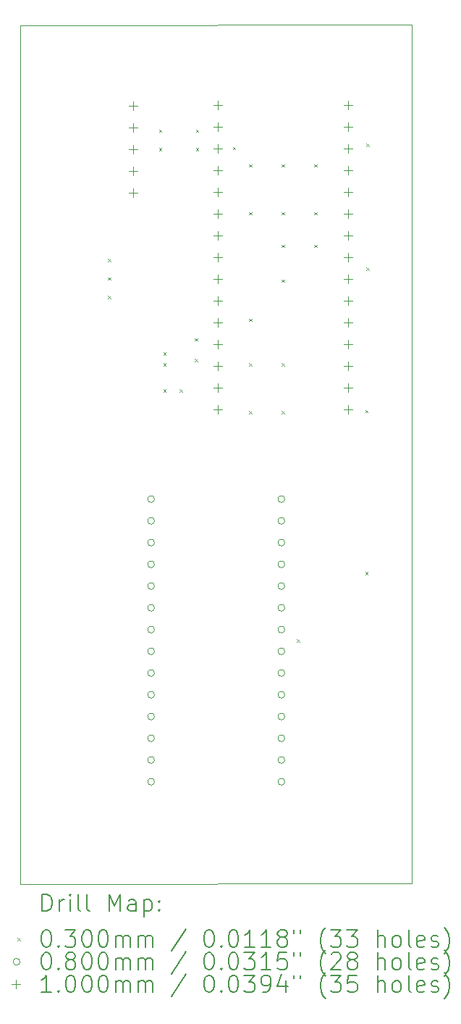
<source format=gbr>
%TF.GenerationSoftware,KiCad,Pcbnew,7.0.11+dfsg-1build4*%
%TF.CreationDate,2024-05-16T00:50:15+10:00*%
%TF.ProjectId,NoBootLoadFlasher,4e6f426f-6f74-44c6-9f61-64466c617368,rev?*%
%TF.SameCoordinates,Original*%
%TF.FileFunction,Drillmap*%
%TF.FilePolarity,Positive*%
%FSLAX45Y45*%
G04 Gerber Fmt 4.5, Leading zero omitted, Abs format (unit mm)*
G04 Created by KiCad (PCBNEW 7.0.11+dfsg-1build4) date 2024-05-16 00:50:15*
%MOMM*%
%LPD*%
G01*
G04 APERTURE LIST*
%ADD10C,0.050000*%
%ADD11C,0.200000*%
%ADD12C,0.100000*%
G04 APERTURE END LIST*
D10*
X6832600Y-17233900D02*
X11417300Y-17221200D01*
X6832600Y-7200900D02*
X11417300Y-7188200D01*
X6832600Y-7200900D02*
X6832600Y-17233900D01*
X11417300Y-7188200D02*
X11417300Y-17221200D01*
D11*
D12*
X7859000Y-9929100D02*
X7889000Y-9959100D01*
X7889000Y-9929100D02*
X7859000Y-9959100D01*
X7859000Y-10145000D02*
X7889000Y-10175000D01*
X7889000Y-10145000D02*
X7859000Y-10175000D01*
X7859000Y-10360900D02*
X7889000Y-10390900D01*
X7889000Y-10360900D02*
X7859000Y-10390900D01*
X8455900Y-8417800D02*
X8485900Y-8447800D01*
X8485900Y-8417800D02*
X8455900Y-8447800D01*
X8455900Y-8633700D02*
X8485900Y-8663700D01*
X8485900Y-8633700D02*
X8455900Y-8663700D01*
X8506700Y-11021300D02*
X8536700Y-11051300D01*
X8536700Y-11021300D02*
X8506700Y-11051300D01*
X8506700Y-11148300D02*
X8536700Y-11178300D01*
X8536700Y-11148300D02*
X8506700Y-11178300D01*
X8506700Y-11453100D02*
X8536700Y-11483100D01*
X8536700Y-11453100D02*
X8506700Y-11483100D01*
X8697200Y-11453100D02*
X8727200Y-11483100D01*
X8727200Y-11453100D02*
X8697200Y-11483100D01*
X8875000Y-10856200D02*
X8905000Y-10886200D01*
X8905000Y-10856200D02*
X8875000Y-10886200D01*
X8875000Y-11097500D02*
X8905000Y-11127500D01*
X8905000Y-11097500D02*
X8875000Y-11127500D01*
X8887700Y-8417800D02*
X8917700Y-8447800D01*
X8917700Y-8417800D02*
X8887700Y-8447800D01*
X8887700Y-8633700D02*
X8917700Y-8663700D01*
X8917700Y-8633700D02*
X8887700Y-8663700D01*
X9319500Y-8621000D02*
X9349500Y-8651000D01*
X9349500Y-8621000D02*
X9319500Y-8651000D01*
X9510000Y-8824200D02*
X9540000Y-8854200D01*
X9540000Y-8824200D02*
X9510000Y-8854200D01*
X9510000Y-9383000D02*
X9540000Y-9413000D01*
X9540000Y-9383000D02*
X9510000Y-9413000D01*
X9510000Y-10627600D02*
X9540000Y-10657600D01*
X9540000Y-10627600D02*
X9510000Y-10657600D01*
X9510000Y-11148300D02*
X9540000Y-11178300D01*
X9540000Y-11148300D02*
X9510000Y-11178300D01*
X9510000Y-11707100D02*
X9540000Y-11737100D01*
X9540000Y-11707100D02*
X9510000Y-11737100D01*
X9891000Y-8824200D02*
X9921000Y-8854200D01*
X9921000Y-8824200D02*
X9891000Y-8854200D01*
X9891000Y-9383000D02*
X9921000Y-9413000D01*
X9921000Y-9383000D02*
X9891000Y-9413000D01*
X9891000Y-10170400D02*
X9921000Y-10200400D01*
X9921000Y-10170400D02*
X9891000Y-10200400D01*
X9891000Y-11148300D02*
X9921000Y-11178300D01*
X9921000Y-11148300D02*
X9891000Y-11178300D01*
X9891000Y-11707100D02*
X9921000Y-11737100D01*
X9921000Y-11707100D02*
X9891000Y-11737100D01*
X9892000Y-9764000D02*
X9922000Y-9794000D01*
X9922000Y-9764000D02*
X9892000Y-9794000D01*
X10068800Y-14374100D02*
X10098800Y-14404100D01*
X10098800Y-14374100D02*
X10068800Y-14404100D01*
X10272000Y-8824200D02*
X10302000Y-8854200D01*
X10302000Y-8824200D02*
X10272000Y-8854200D01*
X10272000Y-9383000D02*
X10302000Y-9413000D01*
X10302000Y-9383000D02*
X10272000Y-9413000D01*
X10272000Y-9764000D02*
X10302000Y-9794000D01*
X10302000Y-9764000D02*
X10272000Y-9794000D01*
X10868900Y-11694400D02*
X10898900Y-11724400D01*
X10898900Y-11694400D02*
X10868900Y-11724400D01*
X10868900Y-13586700D02*
X10898900Y-13616700D01*
X10898900Y-13586700D02*
X10868900Y-13616700D01*
X10881600Y-8582900D02*
X10911600Y-8612900D01*
X10911600Y-8582900D02*
X10881600Y-8612900D01*
X10881600Y-10030700D02*
X10911600Y-10060700D01*
X10911600Y-10030700D02*
X10881600Y-10060700D01*
X8403920Y-12734180D02*
G75*
G03*
X8323920Y-12734180I-40000J0D01*
G01*
X8323920Y-12734180D02*
G75*
G03*
X8403920Y-12734180I40000J0D01*
G01*
X8403920Y-12988180D02*
G75*
G03*
X8323920Y-12988180I-40000J0D01*
G01*
X8323920Y-12988180D02*
G75*
G03*
X8403920Y-12988180I40000J0D01*
G01*
X8403920Y-13242180D02*
G75*
G03*
X8323920Y-13242180I-40000J0D01*
G01*
X8323920Y-13242180D02*
G75*
G03*
X8403920Y-13242180I40000J0D01*
G01*
X8403920Y-13496180D02*
G75*
G03*
X8323920Y-13496180I-40000J0D01*
G01*
X8323920Y-13496180D02*
G75*
G03*
X8403920Y-13496180I40000J0D01*
G01*
X8403920Y-13750180D02*
G75*
G03*
X8323920Y-13750180I-40000J0D01*
G01*
X8323920Y-13750180D02*
G75*
G03*
X8403920Y-13750180I40000J0D01*
G01*
X8403920Y-14004180D02*
G75*
G03*
X8323920Y-14004180I-40000J0D01*
G01*
X8323920Y-14004180D02*
G75*
G03*
X8403920Y-14004180I40000J0D01*
G01*
X8403920Y-14258180D02*
G75*
G03*
X8323920Y-14258180I-40000J0D01*
G01*
X8323920Y-14258180D02*
G75*
G03*
X8403920Y-14258180I40000J0D01*
G01*
X8403920Y-14512180D02*
G75*
G03*
X8323920Y-14512180I-40000J0D01*
G01*
X8323920Y-14512180D02*
G75*
G03*
X8403920Y-14512180I40000J0D01*
G01*
X8403920Y-14766180D02*
G75*
G03*
X8323920Y-14766180I-40000J0D01*
G01*
X8323920Y-14766180D02*
G75*
G03*
X8403920Y-14766180I40000J0D01*
G01*
X8403920Y-15020180D02*
G75*
G03*
X8323920Y-15020180I-40000J0D01*
G01*
X8323920Y-15020180D02*
G75*
G03*
X8403920Y-15020180I40000J0D01*
G01*
X8403920Y-15274180D02*
G75*
G03*
X8323920Y-15274180I-40000J0D01*
G01*
X8323920Y-15274180D02*
G75*
G03*
X8403920Y-15274180I40000J0D01*
G01*
X8403920Y-15528180D02*
G75*
G03*
X8323920Y-15528180I-40000J0D01*
G01*
X8323920Y-15528180D02*
G75*
G03*
X8403920Y-15528180I40000J0D01*
G01*
X8403920Y-15782180D02*
G75*
G03*
X8323920Y-15782180I-40000J0D01*
G01*
X8323920Y-15782180D02*
G75*
G03*
X8403920Y-15782180I40000J0D01*
G01*
X8403920Y-16036180D02*
G75*
G03*
X8323920Y-16036180I-40000J0D01*
G01*
X8323920Y-16036180D02*
G75*
G03*
X8403920Y-16036180I40000J0D01*
G01*
X9927920Y-12734180D02*
G75*
G03*
X9847920Y-12734180I-40000J0D01*
G01*
X9847920Y-12734180D02*
G75*
G03*
X9927920Y-12734180I40000J0D01*
G01*
X9927920Y-12988180D02*
G75*
G03*
X9847920Y-12988180I-40000J0D01*
G01*
X9847920Y-12988180D02*
G75*
G03*
X9927920Y-12988180I40000J0D01*
G01*
X9927920Y-13242180D02*
G75*
G03*
X9847920Y-13242180I-40000J0D01*
G01*
X9847920Y-13242180D02*
G75*
G03*
X9927920Y-13242180I40000J0D01*
G01*
X9927920Y-13496180D02*
G75*
G03*
X9847920Y-13496180I-40000J0D01*
G01*
X9847920Y-13496180D02*
G75*
G03*
X9927920Y-13496180I40000J0D01*
G01*
X9927920Y-13750180D02*
G75*
G03*
X9847920Y-13750180I-40000J0D01*
G01*
X9847920Y-13750180D02*
G75*
G03*
X9927920Y-13750180I40000J0D01*
G01*
X9927920Y-14004180D02*
G75*
G03*
X9847920Y-14004180I-40000J0D01*
G01*
X9847920Y-14004180D02*
G75*
G03*
X9927920Y-14004180I40000J0D01*
G01*
X9927920Y-14258180D02*
G75*
G03*
X9847920Y-14258180I-40000J0D01*
G01*
X9847920Y-14258180D02*
G75*
G03*
X9927920Y-14258180I40000J0D01*
G01*
X9927920Y-14512180D02*
G75*
G03*
X9847920Y-14512180I-40000J0D01*
G01*
X9847920Y-14512180D02*
G75*
G03*
X9927920Y-14512180I40000J0D01*
G01*
X9927920Y-14766180D02*
G75*
G03*
X9847920Y-14766180I-40000J0D01*
G01*
X9847920Y-14766180D02*
G75*
G03*
X9927920Y-14766180I40000J0D01*
G01*
X9927920Y-15020180D02*
G75*
G03*
X9847920Y-15020180I-40000J0D01*
G01*
X9847920Y-15020180D02*
G75*
G03*
X9927920Y-15020180I40000J0D01*
G01*
X9927920Y-15274180D02*
G75*
G03*
X9847920Y-15274180I-40000J0D01*
G01*
X9847920Y-15274180D02*
G75*
G03*
X9927920Y-15274180I40000J0D01*
G01*
X9927920Y-15528180D02*
G75*
G03*
X9847920Y-15528180I-40000J0D01*
G01*
X9847920Y-15528180D02*
G75*
G03*
X9927920Y-15528180I40000J0D01*
G01*
X9927920Y-15782180D02*
G75*
G03*
X9847920Y-15782180I-40000J0D01*
G01*
X9847920Y-15782180D02*
G75*
G03*
X9927920Y-15782180I40000J0D01*
G01*
X9927920Y-16036180D02*
G75*
G03*
X9847920Y-16036180I-40000J0D01*
G01*
X9847920Y-16036180D02*
G75*
G03*
X9927920Y-16036180I40000J0D01*
G01*
X8153400Y-8090700D02*
X8153400Y-8190700D01*
X8103400Y-8140700D02*
X8203400Y-8140700D01*
X8153400Y-8344700D02*
X8153400Y-8444700D01*
X8103400Y-8394700D02*
X8203400Y-8394700D01*
X8153400Y-8598700D02*
X8153400Y-8698700D01*
X8103400Y-8648700D02*
X8203400Y-8648700D01*
X8153400Y-8852700D02*
X8153400Y-8952700D01*
X8103400Y-8902700D02*
X8203400Y-8902700D01*
X8153400Y-9106700D02*
X8153400Y-9206700D01*
X8103400Y-9156700D02*
X8203400Y-9156700D01*
X9144000Y-8078000D02*
X9144000Y-8178000D01*
X9094000Y-8128000D02*
X9194000Y-8128000D01*
X9144000Y-8332000D02*
X9144000Y-8432000D01*
X9094000Y-8382000D02*
X9194000Y-8382000D01*
X9144000Y-8586000D02*
X9144000Y-8686000D01*
X9094000Y-8636000D02*
X9194000Y-8636000D01*
X9144000Y-8840000D02*
X9144000Y-8940000D01*
X9094000Y-8890000D02*
X9194000Y-8890000D01*
X9144000Y-9094000D02*
X9144000Y-9194000D01*
X9094000Y-9144000D02*
X9194000Y-9144000D01*
X9144000Y-9348000D02*
X9144000Y-9448000D01*
X9094000Y-9398000D02*
X9194000Y-9398000D01*
X9144000Y-9602000D02*
X9144000Y-9702000D01*
X9094000Y-9652000D02*
X9194000Y-9652000D01*
X9144000Y-9856000D02*
X9144000Y-9956000D01*
X9094000Y-9906000D02*
X9194000Y-9906000D01*
X9144000Y-10110000D02*
X9144000Y-10210000D01*
X9094000Y-10160000D02*
X9194000Y-10160000D01*
X9144000Y-10364000D02*
X9144000Y-10464000D01*
X9094000Y-10414000D02*
X9194000Y-10414000D01*
X9144000Y-10618000D02*
X9144000Y-10718000D01*
X9094000Y-10668000D02*
X9194000Y-10668000D01*
X9144000Y-10872000D02*
X9144000Y-10972000D01*
X9094000Y-10922000D02*
X9194000Y-10922000D01*
X9144000Y-11126000D02*
X9144000Y-11226000D01*
X9094000Y-11176000D02*
X9194000Y-11176000D01*
X9144000Y-11380000D02*
X9144000Y-11480000D01*
X9094000Y-11430000D02*
X9194000Y-11430000D01*
X9144000Y-11634000D02*
X9144000Y-11734000D01*
X9094000Y-11684000D02*
X9194000Y-11684000D01*
X10668000Y-8078000D02*
X10668000Y-8178000D01*
X10618000Y-8128000D02*
X10718000Y-8128000D01*
X10668000Y-8332000D02*
X10668000Y-8432000D01*
X10618000Y-8382000D02*
X10718000Y-8382000D01*
X10668000Y-8586000D02*
X10668000Y-8686000D01*
X10618000Y-8636000D02*
X10718000Y-8636000D01*
X10668000Y-8840000D02*
X10668000Y-8940000D01*
X10618000Y-8890000D02*
X10718000Y-8890000D01*
X10668000Y-9094000D02*
X10668000Y-9194000D01*
X10618000Y-9144000D02*
X10718000Y-9144000D01*
X10668000Y-9348000D02*
X10668000Y-9448000D01*
X10618000Y-9398000D02*
X10718000Y-9398000D01*
X10668000Y-9602000D02*
X10668000Y-9702000D01*
X10618000Y-9652000D02*
X10718000Y-9652000D01*
X10668000Y-9856000D02*
X10668000Y-9956000D01*
X10618000Y-9906000D02*
X10718000Y-9906000D01*
X10668000Y-10110000D02*
X10668000Y-10210000D01*
X10618000Y-10160000D02*
X10718000Y-10160000D01*
X10668000Y-10364000D02*
X10668000Y-10464000D01*
X10618000Y-10414000D02*
X10718000Y-10414000D01*
X10668000Y-10618000D02*
X10668000Y-10718000D01*
X10618000Y-10668000D02*
X10718000Y-10668000D01*
X10668000Y-10872000D02*
X10668000Y-10972000D01*
X10618000Y-10922000D02*
X10718000Y-10922000D01*
X10668000Y-11126000D02*
X10668000Y-11226000D01*
X10618000Y-11176000D02*
X10718000Y-11176000D01*
X10668000Y-11380000D02*
X10668000Y-11480000D01*
X10618000Y-11430000D02*
X10718000Y-11430000D01*
X10668000Y-11634000D02*
X10668000Y-11734000D01*
X10618000Y-11684000D02*
X10718000Y-11684000D01*
D11*
X7090877Y-17547884D02*
X7090877Y-17347884D01*
X7090877Y-17347884D02*
X7138496Y-17347884D01*
X7138496Y-17347884D02*
X7167067Y-17357408D01*
X7167067Y-17357408D02*
X7186115Y-17376455D01*
X7186115Y-17376455D02*
X7195639Y-17395503D01*
X7195639Y-17395503D02*
X7205162Y-17433598D01*
X7205162Y-17433598D02*
X7205162Y-17462170D01*
X7205162Y-17462170D02*
X7195639Y-17500265D01*
X7195639Y-17500265D02*
X7186115Y-17519312D01*
X7186115Y-17519312D02*
X7167067Y-17538360D01*
X7167067Y-17538360D02*
X7138496Y-17547884D01*
X7138496Y-17547884D02*
X7090877Y-17547884D01*
X7290877Y-17547884D02*
X7290877Y-17414550D01*
X7290877Y-17452646D02*
X7300401Y-17433598D01*
X7300401Y-17433598D02*
X7309924Y-17424074D01*
X7309924Y-17424074D02*
X7328972Y-17414550D01*
X7328972Y-17414550D02*
X7348020Y-17414550D01*
X7414686Y-17547884D02*
X7414686Y-17414550D01*
X7414686Y-17347884D02*
X7405162Y-17357408D01*
X7405162Y-17357408D02*
X7414686Y-17366931D01*
X7414686Y-17366931D02*
X7424210Y-17357408D01*
X7424210Y-17357408D02*
X7414686Y-17347884D01*
X7414686Y-17347884D02*
X7414686Y-17366931D01*
X7538496Y-17547884D02*
X7519448Y-17538360D01*
X7519448Y-17538360D02*
X7509924Y-17519312D01*
X7509924Y-17519312D02*
X7509924Y-17347884D01*
X7643258Y-17547884D02*
X7624210Y-17538360D01*
X7624210Y-17538360D02*
X7614686Y-17519312D01*
X7614686Y-17519312D02*
X7614686Y-17347884D01*
X7871829Y-17547884D02*
X7871829Y-17347884D01*
X7871829Y-17347884D02*
X7938496Y-17490741D01*
X7938496Y-17490741D02*
X8005162Y-17347884D01*
X8005162Y-17347884D02*
X8005162Y-17547884D01*
X8186115Y-17547884D02*
X8186115Y-17443122D01*
X8186115Y-17443122D02*
X8176591Y-17424074D01*
X8176591Y-17424074D02*
X8157543Y-17414550D01*
X8157543Y-17414550D02*
X8119448Y-17414550D01*
X8119448Y-17414550D02*
X8100401Y-17424074D01*
X8186115Y-17538360D02*
X8167067Y-17547884D01*
X8167067Y-17547884D02*
X8119448Y-17547884D01*
X8119448Y-17547884D02*
X8100401Y-17538360D01*
X8100401Y-17538360D02*
X8090877Y-17519312D01*
X8090877Y-17519312D02*
X8090877Y-17500265D01*
X8090877Y-17500265D02*
X8100401Y-17481217D01*
X8100401Y-17481217D02*
X8119448Y-17471693D01*
X8119448Y-17471693D02*
X8167067Y-17471693D01*
X8167067Y-17471693D02*
X8186115Y-17462170D01*
X8281353Y-17414550D02*
X8281353Y-17614550D01*
X8281353Y-17424074D02*
X8300401Y-17414550D01*
X8300401Y-17414550D02*
X8338496Y-17414550D01*
X8338496Y-17414550D02*
X8357543Y-17424074D01*
X8357543Y-17424074D02*
X8367067Y-17433598D01*
X8367067Y-17433598D02*
X8376591Y-17452646D01*
X8376591Y-17452646D02*
X8376591Y-17509789D01*
X8376591Y-17509789D02*
X8367067Y-17528836D01*
X8367067Y-17528836D02*
X8357543Y-17538360D01*
X8357543Y-17538360D02*
X8338496Y-17547884D01*
X8338496Y-17547884D02*
X8300401Y-17547884D01*
X8300401Y-17547884D02*
X8281353Y-17538360D01*
X8462305Y-17528836D02*
X8471829Y-17538360D01*
X8471829Y-17538360D02*
X8462305Y-17547884D01*
X8462305Y-17547884D02*
X8452782Y-17538360D01*
X8452782Y-17538360D02*
X8462305Y-17528836D01*
X8462305Y-17528836D02*
X8462305Y-17547884D01*
X8462305Y-17424074D02*
X8471829Y-17433598D01*
X8471829Y-17433598D02*
X8462305Y-17443122D01*
X8462305Y-17443122D02*
X8452782Y-17433598D01*
X8452782Y-17433598D02*
X8462305Y-17424074D01*
X8462305Y-17424074D02*
X8462305Y-17443122D01*
D12*
X6800100Y-17861400D02*
X6830100Y-17891400D01*
X6830100Y-17861400D02*
X6800100Y-17891400D01*
D11*
X7128972Y-17767884D02*
X7148020Y-17767884D01*
X7148020Y-17767884D02*
X7167067Y-17777408D01*
X7167067Y-17777408D02*
X7176591Y-17786931D01*
X7176591Y-17786931D02*
X7186115Y-17805979D01*
X7186115Y-17805979D02*
X7195639Y-17844074D01*
X7195639Y-17844074D02*
X7195639Y-17891693D01*
X7195639Y-17891693D02*
X7186115Y-17929789D01*
X7186115Y-17929789D02*
X7176591Y-17948836D01*
X7176591Y-17948836D02*
X7167067Y-17958360D01*
X7167067Y-17958360D02*
X7148020Y-17967884D01*
X7148020Y-17967884D02*
X7128972Y-17967884D01*
X7128972Y-17967884D02*
X7109924Y-17958360D01*
X7109924Y-17958360D02*
X7100401Y-17948836D01*
X7100401Y-17948836D02*
X7090877Y-17929789D01*
X7090877Y-17929789D02*
X7081353Y-17891693D01*
X7081353Y-17891693D02*
X7081353Y-17844074D01*
X7081353Y-17844074D02*
X7090877Y-17805979D01*
X7090877Y-17805979D02*
X7100401Y-17786931D01*
X7100401Y-17786931D02*
X7109924Y-17777408D01*
X7109924Y-17777408D02*
X7128972Y-17767884D01*
X7281353Y-17948836D02*
X7290877Y-17958360D01*
X7290877Y-17958360D02*
X7281353Y-17967884D01*
X7281353Y-17967884D02*
X7271829Y-17958360D01*
X7271829Y-17958360D02*
X7281353Y-17948836D01*
X7281353Y-17948836D02*
X7281353Y-17967884D01*
X7357543Y-17767884D02*
X7481353Y-17767884D01*
X7481353Y-17767884D02*
X7414686Y-17844074D01*
X7414686Y-17844074D02*
X7443258Y-17844074D01*
X7443258Y-17844074D02*
X7462305Y-17853598D01*
X7462305Y-17853598D02*
X7471829Y-17863122D01*
X7471829Y-17863122D02*
X7481353Y-17882170D01*
X7481353Y-17882170D02*
X7481353Y-17929789D01*
X7481353Y-17929789D02*
X7471829Y-17948836D01*
X7471829Y-17948836D02*
X7462305Y-17958360D01*
X7462305Y-17958360D02*
X7443258Y-17967884D01*
X7443258Y-17967884D02*
X7386115Y-17967884D01*
X7386115Y-17967884D02*
X7367067Y-17958360D01*
X7367067Y-17958360D02*
X7357543Y-17948836D01*
X7605162Y-17767884D02*
X7624210Y-17767884D01*
X7624210Y-17767884D02*
X7643258Y-17777408D01*
X7643258Y-17777408D02*
X7652782Y-17786931D01*
X7652782Y-17786931D02*
X7662305Y-17805979D01*
X7662305Y-17805979D02*
X7671829Y-17844074D01*
X7671829Y-17844074D02*
X7671829Y-17891693D01*
X7671829Y-17891693D02*
X7662305Y-17929789D01*
X7662305Y-17929789D02*
X7652782Y-17948836D01*
X7652782Y-17948836D02*
X7643258Y-17958360D01*
X7643258Y-17958360D02*
X7624210Y-17967884D01*
X7624210Y-17967884D02*
X7605162Y-17967884D01*
X7605162Y-17967884D02*
X7586115Y-17958360D01*
X7586115Y-17958360D02*
X7576591Y-17948836D01*
X7576591Y-17948836D02*
X7567067Y-17929789D01*
X7567067Y-17929789D02*
X7557543Y-17891693D01*
X7557543Y-17891693D02*
X7557543Y-17844074D01*
X7557543Y-17844074D02*
X7567067Y-17805979D01*
X7567067Y-17805979D02*
X7576591Y-17786931D01*
X7576591Y-17786931D02*
X7586115Y-17777408D01*
X7586115Y-17777408D02*
X7605162Y-17767884D01*
X7795639Y-17767884D02*
X7814686Y-17767884D01*
X7814686Y-17767884D02*
X7833734Y-17777408D01*
X7833734Y-17777408D02*
X7843258Y-17786931D01*
X7843258Y-17786931D02*
X7852782Y-17805979D01*
X7852782Y-17805979D02*
X7862305Y-17844074D01*
X7862305Y-17844074D02*
X7862305Y-17891693D01*
X7862305Y-17891693D02*
X7852782Y-17929789D01*
X7852782Y-17929789D02*
X7843258Y-17948836D01*
X7843258Y-17948836D02*
X7833734Y-17958360D01*
X7833734Y-17958360D02*
X7814686Y-17967884D01*
X7814686Y-17967884D02*
X7795639Y-17967884D01*
X7795639Y-17967884D02*
X7776591Y-17958360D01*
X7776591Y-17958360D02*
X7767067Y-17948836D01*
X7767067Y-17948836D02*
X7757543Y-17929789D01*
X7757543Y-17929789D02*
X7748020Y-17891693D01*
X7748020Y-17891693D02*
X7748020Y-17844074D01*
X7748020Y-17844074D02*
X7757543Y-17805979D01*
X7757543Y-17805979D02*
X7767067Y-17786931D01*
X7767067Y-17786931D02*
X7776591Y-17777408D01*
X7776591Y-17777408D02*
X7795639Y-17767884D01*
X7948020Y-17967884D02*
X7948020Y-17834550D01*
X7948020Y-17853598D02*
X7957543Y-17844074D01*
X7957543Y-17844074D02*
X7976591Y-17834550D01*
X7976591Y-17834550D02*
X8005163Y-17834550D01*
X8005163Y-17834550D02*
X8024210Y-17844074D01*
X8024210Y-17844074D02*
X8033734Y-17863122D01*
X8033734Y-17863122D02*
X8033734Y-17967884D01*
X8033734Y-17863122D02*
X8043258Y-17844074D01*
X8043258Y-17844074D02*
X8062305Y-17834550D01*
X8062305Y-17834550D02*
X8090877Y-17834550D01*
X8090877Y-17834550D02*
X8109924Y-17844074D01*
X8109924Y-17844074D02*
X8119448Y-17863122D01*
X8119448Y-17863122D02*
X8119448Y-17967884D01*
X8214686Y-17967884D02*
X8214686Y-17834550D01*
X8214686Y-17853598D02*
X8224210Y-17844074D01*
X8224210Y-17844074D02*
X8243258Y-17834550D01*
X8243258Y-17834550D02*
X8271829Y-17834550D01*
X8271829Y-17834550D02*
X8290877Y-17844074D01*
X8290877Y-17844074D02*
X8300401Y-17863122D01*
X8300401Y-17863122D02*
X8300401Y-17967884D01*
X8300401Y-17863122D02*
X8309924Y-17844074D01*
X8309924Y-17844074D02*
X8328972Y-17834550D01*
X8328972Y-17834550D02*
X8357543Y-17834550D01*
X8357543Y-17834550D02*
X8376591Y-17844074D01*
X8376591Y-17844074D02*
X8386115Y-17863122D01*
X8386115Y-17863122D02*
X8386115Y-17967884D01*
X8776591Y-17758360D02*
X8605163Y-18015503D01*
X9033734Y-17767884D02*
X9052782Y-17767884D01*
X9052782Y-17767884D02*
X9071829Y-17777408D01*
X9071829Y-17777408D02*
X9081353Y-17786931D01*
X9081353Y-17786931D02*
X9090877Y-17805979D01*
X9090877Y-17805979D02*
X9100401Y-17844074D01*
X9100401Y-17844074D02*
X9100401Y-17891693D01*
X9100401Y-17891693D02*
X9090877Y-17929789D01*
X9090877Y-17929789D02*
X9081353Y-17948836D01*
X9081353Y-17948836D02*
X9071829Y-17958360D01*
X9071829Y-17958360D02*
X9052782Y-17967884D01*
X9052782Y-17967884D02*
X9033734Y-17967884D01*
X9033734Y-17967884D02*
X9014687Y-17958360D01*
X9014687Y-17958360D02*
X9005163Y-17948836D01*
X9005163Y-17948836D02*
X8995639Y-17929789D01*
X8995639Y-17929789D02*
X8986115Y-17891693D01*
X8986115Y-17891693D02*
X8986115Y-17844074D01*
X8986115Y-17844074D02*
X8995639Y-17805979D01*
X8995639Y-17805979D02*
X9005163Y-17786931D01*
X9005163Y-17786931D02*
X9014687Y-17777408D01*
X9014687Y-17777408D02*
X9033734Y-17767884D01*
X9186115Y-17948836D02*
X9195639Y-17958360D01*
X9195639Y-17958360D02*
X9186115Y-17967884D01*
X9186115Y-17967884D02*
X9176591Y-17958360D01*
X9176591Y-17958360D02*
X9186115Y-17948836D01*
X9186115Y-17948836D02*
X9186115Y-17967884D01*
X9319448Y-17767884D02*
X9338496Y-17767884D01*
X9338496Y-17767884D02*
X9357544Y-17777408D01*
X9357544Y-17777408D02*
X9367068Y-17786931D01*
X9367068Y-17786931D02*
X9376591Y-17805979D01*
X9376591Y-17805979D02*
X9386115Y-17844074D01*
X9386115Y-17844074D02*
X9386115Y-17891693D01*
X9386115Y-17891693D02*
X9376591Y-17929789D01*
X9376591Y-17929789D02*
X9367068Y-17948836D01*
X9367068Y-17948836D02*
X9357544Y-17958360D01*
X9357544Y-17958360D02*
X9338496Y-17967884D01*
X9338496Y-17967884D02*
X9319448Y-17967884D01*
X9319448Y-17967884D02*
X9300401Y-17958360D01*
X9300401Y-17958360D02*
X9290877Y-17948836D01*
X9290877Y-17948836D02*
X9281353Y-17929789D01*
X9281353Y-17929789D02*
X9271829Y-17891693D01*
X9271829Y-17891693D02*
X9271829Y-17844074D01*
X9271829Y-17844074D02*
X9281353Y-17805979D01*
X9281353Y-17805979D02*
X9290877Y-17786931D01*
X9290877Y-17786931D02*
X9300401Y-17777408D01*
X9300401Y-17777408D02*
X9319448Y-17767884D01*
X9576591Y-17967884D02*
X9462306Y-17967884D01*
X9519448Y-17967884D02*
X9519448Y-17767884D01*
X9519448Y-17767884D02*
X9500401Y-17796455D01*
X9500401Y-17796455D02*
X9481353Y-17815503D01*
X9481353Y-17815503D02*
X9462306Y-17825027D01*
X9767068Y-17967884D02*
X9652782Y-17967884D01*
X9709925Y-17967884D02*
X9709925Y-17767884D01*
X9709925Y-17767884D02*
X9690877Y-17796455D01*
X9690877Y-17796455D02*
X9671829Y-17815503D01*
X9671829Y-17815503D02*
X9652782Y-17825027D01*
X9881353Y-17853598D02*
X9862306Y-17844074D01*
X9862306Y-17844074D02*
X9852782Y-17834550D01*
X9852782Y-17834550D02*
X9843258Y-17815503D01*
X9843258Y-17815503D02*
X9843258Y-17805979D01*
X9843258Y-17805979D02*
X9852782Y-17786931D01*
X9852782Y-17786931D02*
X9862306Y-17777408D01*
X9862306Y-17777408D02*
X9881353Y-17767884D01*
X9881353Y-17767884D02*
X9919449Y-17767884D01*
X9919449Y-17767884D02*
X9938496Y-17777408D01*
X9938496Y-17777408D02*
X9948020Y-17786931D01*
X9948020Y-17786931D02*
X9957544Y-17805979D01*
X9957544Y-17805979D02*
X9957544Y-17815503D01*
X9957544Y-17815503D02*
X9948020Y-17834550D01*
X9948020Y-17834550D02*
X9938496Y-17844074D01*
X9938496Y-17844074D02*
X9919449Y-17853598D01*
X9919449Y-17853598D02*
X9881353Y-17853598D01*
X9881353Y-17853598D02*
X9862306Y-17863122D01*
X9862306Y-17863122D02*
X9852782Y-17872646D01*
X9852782Y-17872646D02*
X9843258Y-17891693D01*
X9843258Y-17891693D02*
X9843258Y-17929789D01*
X9843258Y-17929789D02*
X9852782Y-17948836D01*
X9852782Y-17948836D02*
X9862306Y-17958360D01*
X9862306Y-17958360D02*
X9881353Y-17967884D01*
X9881353Y-17967884D02*
X9919449Y-17967884D01*
X9919449Y-17967884D02*
X9938496Y-17958360D01*
X9938496Y-17958360D02*
X9948020Y-17948836D01*
X9948020Y-17948836D02*
X9957544Y-17929789D01*
X9957544Y-17929789D02*
X9957544Y-17891693D01*
X9957544Y-17891693D02*
X9948020Y-17872646D01*
X9948020Y-17872646D02*
X9938496Y-17863122D01*
X9938496Y-17863122D02*
X9919449Y-17853598D01*
X10033734Y-17767884D02*
X10033734Y-17805979D01*
X10109925Y-17767884D02*
X10109925Y-17805979D01*
X10405163Y-18044074D02*
X10395639Y-18034550D01*
X10395639Y-18034550D02*
X10376591Y-18005979D01*
X10376591Y-18005979D02*
X10367068Y-17986931D01*
X10367068Y-17986931D02*
X10357544Y-17958360D01*
X10357544Y-17958360D02*
X10348020Y-17910741D01*
X10348020Y-17910741D02*
X10348020Y-17872646D01*
X10348020Y-17872646D02*
X10357544Y-17825027D01*
X10357544Y-17825027D02*
X10367068Y-17796455D01*
X10367068Y-17796455D02*
X10376591Y-17777408D01*
X10376591Y-17777408D02*
X10395639Y-17748836D01*
X10395639Y-17748836D02*
X10405163Y-17739312D01*
X10462306Y-17767884D02*
X10586115Y-17767884D01*
X10586115Y-17767884D02*
X10519449Y-17844074D01*
X10519449Y-17844074D02*
X10548020Y-17844074D01*
X10548020Y-17844074D02*
X10567068Y-17853598D01*
X10567068Y-17853598D02*
X10576591Y-17863122D01*
X10576591Y-17863122D02*
X10586115Y-17882170D01*
X10586115Y-17882170D02*
X10586115Y-17929789D01*
X10586115Y-17929789D02*
X10576591Y-17948836D01*
X10576591Y-17948836D02*
X10567068Y-17958360D01*
X10567068Y-17958360D02*
X10548020Y-17967884D01*
X10548020Y-17967884D02*
X10490877Y-17967884D01*
X10490877Y-17967884D02*
X10471830Y-17958360D01*
X10471830Y-17958360D02*
X10462306Y-17948836D01*
X10652782Y-17767884D02*
X10776591Y-17767884D01*
X10776591Y-17767884D02*
X10709925Y-17844074D01*
X10709925Y-17844074D02*
X10738496Y-17844074D01*
X10738496Y-17844074D02*
X10757544Y-17853598D01*
X10757544Y-17853598D02*
X10767068Y-17863122D01*
X10767068Y-17863122D02*
X10776591Y-17882170D01*
X10776591Y-17882170D02*
X10776591Y-17929789D01*
X10776591Y-17929789D02*
X10767068Y-17948836D01*
X10767068Y-17948836D02*
X10757544Y-17958360D01*
X10757544Y-17958360D02*
X10738496Y-17967884D01*
X10738496Y-17967884D02*
X10681353Y-17967884D01*
X10681353Y-17967884D02*
X10662306Y-17958360D01*
X10662306Y-17958360D02*
X10652782Y-17948836D01*
X11014687Y-17967884D02*
X11014687Y-17767884D01*
X11100401Y-17967884D02*
X11100401Y-17863122D01*
X11100401Y-17863122D02*
X11090877Y-17844074D01*
X11090877Y-17844074D02*
X11071830Y-17834550D01*
X11071830Y-17834550D02*
X11043258Y-17834550D01*
X11043258Y-17834550D02*
X11024211Y-17844074D01*
X11024211Y-17844074D02*
X11014687Y-17853598D01*
X11224210Y-17967884D02*
X11205163Y-17958360D01*
X11205163Y-17958360D02*
X11195639Y-17948836D01*
X11195639Y-17948836D02*
X11186115Y-17929789D01*
X11186115Y-17929789D02*
X11186115Y-17872646D01*
X11186115Y-17872646D02*
X11195639Y-17853598D01*
X11195639Y-17853598D02*
X11205163Y-17844074D01*
X11205163Y-17844074D02*
X11224210Y-17834550D01*
X11224210Y-17834550D02*
X11252782Y-17834550D01*
X11252782Y-17834550D02*
X11271830Y-17844074D01*
X11271830Y-17844074D02*
X11281353Y-17853598D01*
X11281353Y-17853598D02*
X11290877Y-17872646D01*
X11290877Y-17872646D02*
X11290877Y-17929789D01*
X11290877Y-17929789D02*
X11281353Y-17948836D01*
X11281353Y-17948836D02*
X11271830Y-17958360D01*
X11271830Y-17958360D02*
X11252782Y-17967884D01*
X11252782Y-17967884D02*
X11224210Y-17967884D01*
X11405163Y-17967884D02*
X11386115Y-17958360D01*
X11386115Y-17958360D02*
X11376591Y-17939312D01*
X11376591Y-17939312D02*
X11376591Y-17767884D01*
X11557544Y-17958360D02*
X11538496Y-17967884D01*
X11538496Y-17967884D02*
X11500401Y-17967884D01*
X11500401Y-17967884D02*
X11481353Y-17958360D01*
X11481353Y-17958360D02*
X11471830Y-17939312D01*
X11471830Y-17939312D02*
X11471830Y-17863122D01*
X11471830Y-17863122D02*
X11481353Y-17844074D01*
X11481353Y-17844074D02*
X11500401Y-17834550D01*
X11500401Y-17834550D02*
X11538496Y-17834550D01*
X11538496Y-17834550D02*
X11557544Y-17844074D01*
X11557544Y-17844074D02*
X11567068Y-17863122D01*
X11567068Y-17863122D02*
X11567068Y-17882170D01*
X11567068Y-17882170D02*
X11471830Y-17901217D01*
X11643258Y-17958360D02*
X11662306Y-17967884D01*
X11662306Y-17967884D02*
X11700401Y-17967884D01*
X11700401Y-17967884D02*
X11719449Y-17958360D01*
X11719449Y-17958360D02*
X11728972Y-17939312D01*
X11728972Y-17939312D02*
X11728972Y-17929789D01*
X11728972Y-17929789D02*
X11719449Y-17910741D01*
X11719449Y-17910741D02*
X11700401Y-17901217D01*
X11700401Y-17901217D02*
X11671830Y-17901217D01*
X11671830Y-17901217D02*
X11652782Y-17891693D01*
X11652782Y-17891693D02*
X11643258Y-17872646D01*
X11643258Y-17872646D02*
X11643258Y-17863122D01*
X11643258Y-17863122D02*
X11652782Y-17844074D01*
X11652782Y-17844074D02*
X11671830Y-17834550D01*
X11671830Y-17834550D02*
X11700401Y-17834550D01*
X11700401Y-17834550D02*
X11719449Y-17844074D01*
X11795639Y-18044074D02*
X11805163Y-18034550D01*
X11805163Y-18034550D02*
X11824211Y-18005979D01*
X11824211Y-18005979D02*
X11833734Y-17986931D01*
X11833734Y-17986931D02*
X11843258Y-17958360D01*
X11843258Y-17958360D02*
X11852782Y-17910741D01*
X11852782Y-17910741D02*
X11852782Y-17872646D01*
X11852782Y-17872646D02*
X11843258Y-17825027D01*
X11843258Y-17825027D02*
X11833734Y-17796455D01*
X11833734Y-17796455D02*
X11824211Y-17777408D01*
X11824211Y-17777408D02*
X11805163Y-17748836D01*
X11805163Y-17748836D02*
X11795639Y-17739312D01*
D12*
X6830100Y-18140400D02*
G75*
G03*
X6750100Y-18140400I-40000J0D01*
G01*
X6750100Y-18140400D02*
G75*
G03*
X6830100Y-18140400I40000J0D01*
G01*
D11*
X7128972Y-18031884D02*
X7148020Y-18031884D01*
X7148020Y-18031884D02*
X7167067Y-18041408D01*
X7167067Y-18041408D02*
X7176591Y-18050931D01*
X7176591Y-18050931D02*
X7186115Y-18069979D01*
X7186115Y-18069979D02*
X7195639Y-18108074D01*
X7195639Y-18108074D02*
X7195639Y-18155693D01*
X7195639Y-18155693D02*
X7186115Y-18193789D01*
X7186115Y-18193789D02*
X7176591Y-18212836D01*
X7176591Y-18212836D02*
X7167067Y-18222360D01*
X7167067Y-18222360D02*
X7148020Y-18231884D01*
X7148020Y-18231884D02*
X7128972Y-18231884D01*
X7128972Y-18231884D02*
X7109924Y-18222360D01*
X7109924Y-18222360D02*
X7100401Y-18212836D01*
X7100401Y-18212836D02*
X7090877Y-18193789D01*
X7090877Y-18193789D02*
X7081353Y-18155693D01*
X7081353Y-18155693D02*
X7081353Y-18108074D01*
X7081353Y-18108074D02*
X7090877Y-18069979D01*
X7090877Y-18069979D02*
X7100401Y-18050931D01*
X7100401Y-18050931D02*
X7109924Y-18041408D01*
X7109924Y-18041408D02*
X7128972Y-18031884D01*
X7281353Y-18212836D02*
X7290877Y-18222360D01*
X7290877Y-18222360D02*
X7281353Y-18231884D01*
X7281353Y-18231884D02*
X7271829Y-18222360D01*
X7271829Y-18222360D02*
X7281353Y-18212836D01*
X7281353Y-18212836D02*
X7281353Y-18231884D01*
X7405162Y-18117598D02*
X7386115Y-18108074D01*
X7386115Y-18108074D02*
X7376591Y-18098550D01*
X7376591Y-18098550D02*
X7367067Y-18079503D01*
X7367067Y-18079503D02*
X7367067Y-18069979D01*
X7367067Y-18069979D02*
X7376591Y-18050931D01*
X7376591Y-18050931D02*
X7386115Y-18041408D01*
X7386115Y-18041408D02*
X7405162Y-18031884D01*
X7405162Y-18031884D02*
X7443258Y-18031884D01*
X7443258Y-18031884D02*
X7462305Y-18041408D01*
X7462305Y-18041408D02*
X7471829Y-18050931D01*
X7471829Y-18050931D02*
X7481353Y-18069979D01*
X7481353Y-18069979D02*
X7481353Y-18079503D01*
X7481353Y-18079503D02*
X7471829Y-18098550D01*
X7471829Y-18098550D02*
X7462305Y-18108074D01*
X7462305Y-18108074D02*
X7443258Y-18117598D01*
X7443258Y-18117598D02*
X7405162Y-18117598D01*
X7405162Y-18117598D02*
X7386115Y-18127122D01*
X7386115Y-18127122D02*
X7376591Y-18136646D01*
X7376591Y-18136646D02*
X7367067Y-18155693D01*
X7367067Y-18155693D02*
X7367067Y-18193789D01*
X7367067Y-18193789D02*
X7376591Y-18212836D01*
X7376591Y-18212836D02*
X7386115Y-18222360D01*
X7386115Y-18222360D02*
X7405162Y-18231884D01*
X7405162Y-18231884D02*
X7443258Y-18231884D01*
X7443258Y-18231884D02*
X7462305Y-18222360D01*
X7462305Y-18222360D02*
X7471829Y-18212836D01*
X7471829Y-18212836D02*
X7481353Y-18193789D01*
X7481353Y-18193789D02*
X7481353Y-18155693D01*
X7481353Y-18155693D02*
X7471829Y-18136646D01*
X7471829Y-18136646D02*
X7462305Y-18127122D01*
X7462305Y-18127122D02*
X7443258Y-18117598D01*
X7605162Y-18031884D02*
X7624210Y-18031884D01*
X7624210Y-18031884D02*
X7643258Y-18041408D01*
X7643258Y-18041408D02*
X7652782Y-18050931D01*
X7652782Y-18050931D02*
X7662305Y-18069979D01*
X7662305Y-18069979D02*
X7671829Y-18108074D01*
X7671829Y-18108074D02*
X7671829Y-18155693D01*
X7671829Y-18155693D02*
X7662305Y-18193789D01*
X7662305Y-18193789D02*
X7652782Y-18212836D01*
X7652782Y-18212836D02*
X7643258Y-18222360D01*
X7643258Y-18222360D02*
X7624210Y-18231884D01*
X7624210Y-18231884D02*
X7605162Y-18231884D01*
X7605162Y-18231884D02*
X7586115Y-18222360D01*
X7586115Y-18222360D02*
X7576591Y-18212836D01*
X7576591Y-18212836D02*
X7567067Y-18193789D01*
X7567067Y-18193789D02*
X7557543Y-18155693D01*
X7557543Y-18155693D02*
X7557543Y-18108074D01*
X7557543Y-18108074D02*
X7567067Y-18069979D01*
X7567067Y-18069979D02*
X7576591Y-18050931D01*
X7576591Y-18050931D02*
X7586115Y-18041408D01*
X7586115Y-18041408D02*
X7605162Y-18031884D01*
X7795639Y-18031884D02*
X7814686Y-18031884D01*
X7814686Y-18031884D02*
X7833734Y-18041408D01*
X7833734Y-18041408D02*
X7843258Y-18050931D01*
X7843258Y-18050931D02*
X7852782Y-18069979D01*
X7852782Y-18069979D02*
X7862305Y-18108074D01*
X7862305Y-18108074D02*
X7862305Y-18155693D01*
X7862305Y-18155693D02*
X7852782Y-18193789D01*
X7852782Y-18193789D02*
X7843258Y-18212836D01*
X7843258Y-18212836D02*
X7833734Y-18222360D01*
X7833734Y-18222360D02*
X7814686Y-18231884D01*
X7814686Y-18231884D02*
X7795639Y-18231884D01*
X7795639Y-18231884D02*
X7776591Y-18222360D01*
X7776591Y-18222360D02*
X7767067Y-18212836D01*
X7767067Y-18212836D02*
X7757543Y-18193789D01*
X7757543Y-18193789D02*
X7748020Y-18155693D01*
X7748020Y-18155693D02*
X7748020Y-18108074D01*
X7748020Y-18108074D02*
X7757543Y-18069979D01*
X7757543Y-18069979D02*
X7767067Y-18050931D01*
X7767067Y-18050931D02*
X7776591Y-18041408D01*
X7776591Y-18041408D02*
X7795639Y-18031884D01*
X7948020Y-18231884D02*
X7948020Y-18098550D01*
X7948020Y-18117598D02*
X7957543Y-18108074D01*
X7957543Y-18108074D02*
X7976591Y-18098550D01*
X7976591Y-18098550D02*
X8005163Y-18098550D01*
X8005163Y-18098550D02*
X8024210Y-18108074D01*
X8024210Y-18108074D02*
X8033734Y-18127122D01*
X8033734Y-18127122D02*
X8033734Y-18231884D01*
X8033734Y-18127122D02*
X8043258Y-18108074D01*
X8043258Y-18108074D02*
X8062305Y-18098550D01*
X8062305Y-18098550D02*
X8090877Y-18098550D01*
X8090877Y-18098550D02*
X8109924Y-18108074D01*
X8109924Y-18108074D02*
X8119448Y-18127122D01*
X8119448Y-18127122D02*
X8119448Y-18231884D01*
X8214686Y-18231884D02*
X8214686Y-18098550D01*
X8214686Y-18117598D02*
X8224210Y-18108074D01*
X8224210Y-18108074D02*
X8243258Y-18098550D01*
X8243258Y-18098550D02*
X8271829Y-18098550D01*
X8271829Y-18098550D02*
X8290877Y-18108074D01*
X8290877Y-18108074D02*
X8300401Y-18127122D01*
X8300401Y-18127122D02*
X8300401Y-18231884D01*
X8300401Y-18127122D02*
X8309924Y-18108074D01*
X8309924Y-18108074D02*
X8328972Y-18098550D01*
X8328972Y-18098550D02*
X8357543Y-18098550D01*
X8357543Y-18098550D02*
X8376591Y-18108074D01*
X8376591Y-18108074D02*
X8386115Y-18127122D01*
X8386115Y-18127122D02*
X8386115Y-18231884D01*
X8776591Y-18022360D02*
X8605163Y-18279503D01*
X9033734Y-18031884D02*
X9052782Y-18031884D01*
X9052782Y-18031884D02*
X9071829Y-18041408D01*
X9071829Y-18041408D02*
X9081353Y-18050931D01*
X9081353Y-18050931D02*
X9090877Y-18069979D01*
X9090877Y-18069979D02*
X9100401Y-18108074D01*
X9100401Y-18108074D02*
X9100401Y-18155693D01*
X9100401Y-18155693D02*
X9090877Y-18193789D01*
X9090877Y-18193789D02*
X9081353Y-18212836D01*
X9081353Y-18212836D02*
X9071829Y-18222360D01*
X9071829Y-18222360D02*
X9052782Y-18231884D01*
X9052782Y-18231884D02*
X9033734Y-18231884D01*
X9033734Y-18231884D02*
X9014687Y-18222360D01*
X9014687Y-18222360D02*
X9005163Y-18212836D01*
X9005163Y-18212836D02*
X8995639Y-18193789D01*
X8995639Y-18193789D02*
X8986115Y-18155693D01*
X8986115Y-18155693D02*
X8986115Y-18108074D01*
X8986115Y-18108074D02*
X8995639Y-18069979D01*
X8995639Y-18069979D02*
X9005163Y-18050931D01*
X9005163Y-18050931D02*
X9014687Y-18041408D01*
X9014687Y-18041408D02*
X9033734Y-18031884D01*
X9186115Y-18212836D02*
X9195639Y-18222360D01*
X9195639Y-18222360D02*
X9186115Y-18231884D01*
X9186115Y-18231884D02*
X9176591Y-18222360D01*
X9176591Y-18222360D02*
X9186115Y-18212836D01*
X9186115Y-18212836D02*
X9186115Y-18231884D01*
X9319448Y-18031884D02*
X9338496Y-18031884D01*
X9338496Y-18031884D02*
X9357544Y-18041408D01*
X9357544Y-18041408D02*
X9367068Y-18050931D01*
X9367068Y-18050931D02*
X9376591Y-18069979D01*
X9376591Y-18069979D02*
X9386115Y-18108074D01*
X9386115Y-18108074D02*
X9386115Y-18155693D01*
X9386115Y-18155693D02*
X9376591Y-18193789D01*
X9376591Y-18193789D02*
X9367068Y-18212836D01*
X9367068Y-18212836D02*
X9357544Y-18222360D01*
X9357544Y-18222360D02*
X9338496Y-18231884D01*
X9338496Y-18231884D02*
X9319448Y-18231884D01*
X9319448Y-18231884D02*
X9300401Y-18222360D01*
X9300401Y-18222360D02*
X9290877Y-18212836D01*
X9290877Y-18212836D02*
X9281353Y-18193789D01*
X9281353Y-18193789D02*
X9271829Y-18155693D01*
X9271829Y-18155693D02*
X9271829Y-18108074D01*
X9271829Y-18108074D02*
X9281353Y-18069979D01*
X9281353Y-18069979D02*
X9290877Y-18050931D01*
X9290877Y-18050931D02*
X9300401Y-18041408D01*
X9300401Y-18041408D02*
X9319448Y-18031884D01*
X9452782Y-18031884D02*
X9576591Y-18031884D01*
X9576591Y-18031884D02*
X9509925Y-18108074D01*
X9509925Y-18108074D02*
X9538496Y-18108074D01*
X9538496Y-18108074D02*
X9557544Y-18117598D01*
X9557544Y-18117598D02*
X9567068Y-18127122D01*
X9567068Y-18127122D02*
X9576591Y-18146170D01*
X9576591Y-18146170D02*
X9576591Y-18193789D01*
X9576591Y-18193789D02*
X9567068Y-18212836D01*
X9567068Y-18212836D02*
X9557544Y-18222360D01*
X9557544Y-18222360D02*
X9538496Y-18231884D01*
X9538496Y-18231884D02*
X9481353Y-18231884D01*
X9481353Y-18231884D02*
X9462306Y-18222360D01*
X9462306Y-18222360D02*
X9452782Y-18212836D01*
X9767068Y-18231884D02*
X9652782Y-18231884D01*
X9709925Y-18231884D02*
X9709925Y-18031884D01*
X9709925Y-18031884D02*
X9690877Y-18060455D01*
X9690877Y-18060455D02*
X9671829Y-18079503D01*
X9671829Y-18079503D02*
X9652782Y-18089027D01*
X9948020Y-18031884D02*
X9852782Y-18031884D01*
X9852782Y-18031884D02*
X9843258Y-18127122D01*
X9843258Y-18127122D02*
X9852782Y-18117598D01*
X9852782Y-18117598D02*
X9871829Y-18108074D01*
X9871829Y-18108074D02*
X9919449Y-18108074D01*
X9919449Y-18108074D02*
X9938496Y-18117598D01*
X9938496Y-18117598D02*
X9948020Y-18127122D01*
X9948020Y-18127122D02*
X9957544Y-18146170D01*
X9957544Y-18146170D02*
X9957544Y-18193789D01*
X9957544Y-18193789D02*
X9948020Y-18212836D01*
X9948020Y-18212836D02*
X9938496Y-18222360D01*
X9938496Y-18222360D02*
X9919449Y-18231884D01*
X9919449Y-18231884D02*
X9871829Y-18231884D01*
X9871829Y-18231884D02*
X9852782Y-18222360D01*
X9852782Y-18222360D02*
X9843258Y-18212836D01*
X10033734Y-18031884D02*
X10033734Y-18069979D01*
X10109925Y-18031884D02*
X10109925Y-18069979D01*
X10405163Y-18308074D02*
X10395639Y-18298550D01*
X10395639Y-18298550D02*
X10376591Y-18269979D01*
X10376591Y-18269979D02*
X10367068Y-18250931D01*
X10367068Y-18250931D02*
X10357544Y-18222360D01*
X10357544Y-18222360D02*
X10348020Y-18174741D01*
X10348020Y-18174741D02*
X10348020Y-18136646D01*
X10348020Y-18136646D02*
X10357544Y-18089027D01*
X10357544Y-18089027D02*
X10367068Y-18060455D01*
X10367068Y-18060455D02*
X10376591Y-18041408D01*
X10376591Y-18041408D02*
X10395639Y-18012836D01*
X10395639Y-18012836D02*
X10405163Y-18003312D01*
X10471830Y-18050931D02*
X10481353Y-18041408D01*
X10481353Y-18041408D02*
X10500401Y-18031884D01*
X10500401Y-18031884D02*
X10548020Y-18031884D01*
X10548020Y-18031884D02*
X10567068Y-18041408D01*
X10567068Y-18041408D02*
X10576591Y-18050931D01*
X10576591Y-18050931D02*
X10586115Y-18069979D01*
X10586115Y-18069979D02*
X10586115Y-18089027D01*
X10586115Y-18089027D02*
X10576591Y-18117598D01*
X10576591Y-18117598D02*
X10462306Y-18231884D01*
X10462306Y-18231884D02*
X10586115Y-18231884D01*
X10700401Y-18117598D02*
X10681353Y-18108074D01*
X10681353Y-18108074D02*
X10671830Y-18098550D01*
X10671830Y-18098550D02*
X10662306Y-18079503D01*
X10662306Y-18079503D02*
X10662306Y-18069979D01*
X10662306Y-18069979D02*
X10671830Y-18050931D01*
X10671830Y-18050931D02*
X10681353Y-18041408D01*
X10681353Y-18041408D02*
X10700401Y-18031884D01*
X10700401Y-18031884D02*
X10738496Y-18031884D01*
X10738496Y-18031884D02*
X10757544Y-18041408D01*
X10757544Y-18041408D02*
X10767068Y-18050931D01*
X10767068Y-18050931D02*
X10776591Y-18069979D01*
X10776591Y-18069979D02*
X10776591Y-18079503D01*
X10776591Y-18079503D02*
X10767068Y-18098550D01*
X10767068Y-18098550D02*
X10757544Y-18108074D01*
X10757544Y-18108074D02*
X10738496Y-18117598D01*
X10738496Y-18117598D02*
X10700401Y-18117598D01*
X10700401Y-18117598D02*
X10681353Y-18127122D01*
X10681353Y-18127122D02*
X10671830Y-18136646D01*
X10671830Y-18136646D02*
X10662306Y-18155693D01*
X10662306Y-18155693D02*
X10662306Y-18193789D01*
X10662306Y-18193789D02*
X10671830Y-18212836D01*
X10671830Y-18212836D02*
X10681353Y-18222360D01*
X10681353Y-18222360D02*
X10700401Y-18231884D01*
X10700401Y-18231884D02*
X10738496Y-18231884D01*
X10738496Y-18231884D02*
X10757544Y-18222360D01*
X10757544Y-18222360D02*
X10767068Y-18212836D01*
X10767068Y-18212836D02*
X10776591Y-18193789D01*
X10776591Y-18193789D02*
X10776591Y-18155693D01*
X10776591Y-18155693D02*
X10767068Y-18136646D01*
X10767068Y-18136646D02*
X10757544Y-18127122D01*
X10757544Y-18127122D02*
X10738496Y-18117598D01*
X11014687Y-18231884D02*
X11014687Y-18031884D01*
X11100401Y-18231884D02*
X11100401Y-18127122D01*
X11100401Y-18127122D02*
X11090877Y-18108074D01*
X11090877Y-18108074D02*
X11071830Y-18098550D01*
X11071830Y-18098550D02*
X11043258Y-18098550D01*
X11043258Y-18098550D02*
X11024211Y-18108074D01*
X11024211Y-18108074D02*
X11014687Y-18117598D01*
X11224210Y-18231884D02*
X11205163Y-18222360D01*
X11205163Y-18222360D02*
X11195639Y-18212836D01*
X11195639Y-18212836D02*
X11186115Y-18193789D01*
X11186115Y-18193789D02*
X11186115Y-18136646D01*
X11186115Y-18136646D02*
X11195639Y-18117598D01*
X11195639Y-18117598D02*
X11205163Y-18108074D01*
X11205163Y-18108074D02*
X11224210Y-18098550D01*
X11224210Y-18098550D02*
X11252782Y-18098550D01*
X11252782Y-18098550D02*
X11271830Y-18108074D01*
X11271830Y-18108074D02*
X11281353Y-18117598D01*
X11281353Y-18117598D02*
X11290877Y-18136646D01*
X11290877Y-18136646D02*
X11290877Y-18193789D01*
X11290877Y-18193789D02*
X11281353Y-18212836D01*
X11281353Y-18212836D02*
X11271830Y-18222360D01*
X11271830Y-18222360D02*
X11252782Y-18231884D01*
X11252782Y-18231884D02*
X11224210Y-18231884D01*
X11405163Y-18231884D02*
X11386115Y-18222360D01*
X11386115Y-18222360D02*
X11376591Y-18203312D01*
X11376591Y-18203312D02*
X11376591Y-18031884D01*
X11557544Y-18222360D02*
X11538496Y-18231884D01*
X11538496Y-18231884D02*
X11500401Y-18231884D01*
X11500401Y-18231884D02*
X11481353Y-18222360D01*
X11481353Y-18222360D02*
X11471830Y-18203312D01*
X11471830Y-18203312D02*
X11471830Y-18127122D01*
X11471830Y-18127122D02*
X11481353Y-18108074D01*
X11481353Y-18108074D02*
X11500401Y-18098550D01*
X11500401Y-18098550D02*
X11538496Y-18098550D01*
X11538496Y-18098550D02*
X11557544Y-18108074D01*
X11557544Y-18108074D02*
X11567068Y-18127122D01*
X11567068Y-18127122D02*
X11567068Y-18146170D01*
X11567068Y-18146170D02*
X11471830Y-18165217D01*
X11643258Y-18222360D02*
X11662306Y-18231884D01*
X11662306Y-18231884D02*
X11700401Y-18231884D01*
X11700401Y-18231884D02*
X11719449Y-18222360D01*
X11719449Y-18222360D02*
X11728972Y-18203312D01*
X11728972Y-18203312D02*
X11728972Y-18193789D01*
X11728972Y-18193789D02*
X11719449Y-18174741D01*
X11719449Y-18174741D02*
X11700401Y-18165217D01*
X11700401Y-18165217D02*
X11671830Y-18165217D01*
X11671830Y-18165217D02*
X11652782Y-18155693D01*
X11652782Y-18155693D02*
X11643258Y-18136646D01*
X11643258Y-18136646D02*
X11643258Y-18127122D01*
X11643258Y-18127122D02*
X11652782Y-18108074D01*
X11652782Y-18108074D02*
X11671830Y-18098550D01*
X11671830Y-18098550D02*
X11700401Y-18098550D01*
X11700401Y-18098550D02*
X11719449Y-18108074D01*
X11795639Y-18308074D02*
X11805163Y-18298550D01*
X11805163Y-18298550D02*
X11824211Y-18269979D01*
X11824211Y-18269979D02*
X11833734Y-18250931D01*
X11833734Y-18250931D02*
X11843258Y-18222360D01*
X11843258Y-18222360D02*
X11852782Y-18174741D01*
X11852782Y-18174741D02*
X11852782Y-18136646D01*
X11852782Y-18136646D02*
X11843258Y-18089027D01*
X11843258Y-18089027D02*
X11833734Y-18060455D01*
X11833734Y-18060455D02*
X11824211Y-18041408D01*
X11824211Y-18041408D02*
X11805163Y-18012836D01*
X11805163Y-18012836D02*
X11795639Y-18003312D01*
D12*
X6780100Y-18354400D02*
X6780100Y-18454400D01*
X6730100Y-18404400D02*
X6830100Y-18404400D01*
D11*
X7195639Y-18495884D02*
X7081353Y-18495884D01*
X7138496Y-18495884D02*
X7138496Y-18295884D01*
X7138496Y-18295884D02*
X7119448Y-18324455D01*
X7119448Y-18324455D02*
X7100401Y-18343503D01*
X7100401Y-18343503D02*
X7081353Y-18353027D01*
X7281353Y-18476836D02*
X7290877Y-18486360D01*
X7290877Y-18486360D02*
X7281353Y-18495884D01*
X7281353Y-18495884D02*
X7271829Y-18486360D01*
X7271829Y-18486360D02*
X7281353Y-18476836D01*
X7281353Y-18476836D02*
X7281353Y-18495884D01*
X7414686Y-18295884D02*
X7433734Y-18295884D01*
X7433734Y-18295884D02*
X7452782Y-18305408D01*
X7452782Y-18305408D02*
X7462305Y-18314931D01*
X7462305Y-18314931D02*
X7471829Y-18333979D01*
X7471829Y-18333979D02*
X7481353Y-18372074D01*
X7481353Y-18372074D02*
X7481353Y-18419693D01*
X7481353Y-18419693D02*
X7471829Y-18457789D01*
X7471829Y-18457789D02*
X7462305Y-18476836D01*
X7462305Y-18476836D02*
X7452782Y-18486360D01*
X7452782Y-18486360D02*
X7433734Y-18495884D01*
X7433734Y-18495884D02*
X7414686Y-18495884D01*
X7414686Y-18495884D02*
X7395639Y-18486360D01*
X7395639Y-18486360D02*
X7386115Y-18476836D01*
X7386115Y-18476836D02*
X7376591Y-18457789D01*
X7376591Y-18457789D02*
X7367067Y-18419693D01*
X7367067Y-18419693D02*
X7367067Y-18372074D01*
X7367067Y-18372074D02*
X7376591Y-18333979D01*
X7376591Y-18333979D02*
X7386115Y-18314931D01*
X7386115Y-18314931D02*
X7395639Y-18305408D01*
X7395639Y-18305408D02*
X7414686Y-18295884D01*
X7605162Y-18295884D02*
X7624210Y-18295884D01*
X7624210Y-18295884D02*
X7643258Y-18305408D01*
X7643258Y-18305408D02*
X7652782Y-18314931D01*
X7652782Y-18314931D02*
X7662305Y-18333979D01*
X7662305Y-18333979D02*
X7671829Y-18372074D01*
X7671829Y-18372074D02*
X7671829Y-18419693D01*
X7671829Y-18419693D02*
X7662305Y-18457789D01*
X7662305Y-18457789D02*
X7652782Y-18476836D01*
X7652782Y-18476836D02*
X7643258Y-18486360D01*
X7643258Y-18486360D02*
X7624210Y-18495884D01*
X7624210Y-18495884D02*
X7605162Y-18495884D01*
X7605162Y-18495884D02*
X7586115Y-18486360D01*
X7586115Y-18486360D02*
X7576591Y-18476836D01*
X7576591Y-18476836D02*
X7567067Y-18457789D01*
X7567067Y-18457789D02*
X7557543Y-18419693D01*
X7557543Y-18419693D02*
X7557543Y-18372074D01*
X7557543Y-18372074D02*
X7567067Y-18333979D01*
X7567067Y-18333979D02*
X7576591Y-18314931D01*
X7576591Y-18314931D02*
X7586115Y-18305408D01*
X7586115Y-18305408D02*
X7605162Y-18295884D01*
X7795639Y-18295884D02*
X7814686Y-18295884D01*
X7814686Y-18295884D02*
X7833734Y-18305408D01*
X7833734Y-18305408D02*
X7843258Y-18314931D01*
X7843258Y-18314931D02*
X7852782Y-18333979D01*
X7852782Y-18333979D02*
X7862305Y-18372074D01*
X7862305Y-18372074D02*
X7862305Y-18419693D01*
X7862305Y-18419693D02*
X7852782Y-18457789D01*
X7852782Y-18457789D02*
X7843258Y-18476836D01*
X7843258Y-18476836D02*
X7833734Y-18486360D01*
X7833734Y-18486360D02*
X7814686Y-18495884D01*
X7814686Y-18495884D02*
X7795639Y-18495884D01*
X7795639Y-18495884D02*
X7776591Y-18486360D01*
X7776591Y-18486360D02*
X7767067Y-18476836D01*
X7767067Y-18476836D02*
X7757543Y-18457789D01*
X7757543Y-18457789D02*
X7748020Y-18419693D01*
X7748020Y-18419693D02*
X7748020Y-18372074D01*
X7748020Y-18372074D02*
X7757543Y-18333979D01*
X7757543Y-18333979D02*
X7767067Y-18314931D01*
X7767067Y-18314931D02*
X7776591Y-18305408D01*
X7776591Y-18305408D02*
X7795639Y-18295884D01*
X7948020Y-18495884D02*
X7948020Y-18362550D01*
X7948020Y-18381598D02*
X7957543Y-18372074D01*
X7957543Y-18372074D02*
X7976591Y-18362550D01*
X7976591Y-18362550D02*
X8005163Y-18362550D01*
X8005163Y-18362550D02*
X8024210Y-18372074D01*
X8024210Y-18372074D02*
X8033734Y-18391122D01*
X8033734Y-18391122D02*
X8033734Y-18495884D01*
X8033734Y-18391122D02*
X8043258Y-18372074D01*
X8043258Y-18372074D02*
X8062305Y-18362550D01*
X8062305Y-18362550D02*
X8090877Y-18362550D01*
X8090877Y-18362550D02*
X8109924Y-18372074D01*
X8109924Y-18372074D02*
X8119448Y-18391122D01*
X8119448Y-18391122D02*
X8119448Y-18495884D01*
X8214686Y-18495884D02*
X8214686Y-18362550D01*
X8214686Y-18381598D02*
X8224210Y-18372074D01*
X8224210Y-18372074D02*
X8243258Y-18362550D01*
X8243258Y-18362550D02*
X8271829Y-18362550D01*
X8271829Y-18362550D02*
X8290877Y-18372074D01*
X8290877Y-18372074D02*
X8300401Y-18391122D01*
X8300401Y-18391122D02*
X8300401Y-18495884D01*
X8300401Y-18391122D02*
X8309924Y-18372074D01*
X8309924Y-18372074D02*
X8328972Y-18362550D01*
X8328972Y-18362550D02*
X8357543Y-18362550D01*
X8357543Y-18362550D02*
X8376591Y-18372074D01*
X8376591Y-18372074D02*
X8386115Y-18391122D01*
X8386115Y-18391122D02*
X8386115Y-18495884D01*
X8776591Y-18286360D02*
X8605163Y-18543503D01*
X9033734Y-18295884D02*
X9052782Y-18295884D01*
X9052782Y-18295884D02*
X9071829Y-18305408D01*
X9071829Y-18305408D02*
X9081353Y-18314931D01*
X9081353Y-18314931D02*
X9090877Y-18333979D01*
X9090877Y-18333979D02*
X9100401Y-18372074D01*
X9100401Y-18372074D02*
X9100401Y-18419693D01*
X9100401Y-18419693D02*
X9090877Y-18457789D01*
X9090877Y-18457789D02*
X9081353Y-18476836D01*
X9081353Y-18476836D02*
X9071829Y-18486360D01*
X9071829Y-18486360D02*
X9052782Y-18495884D01*
X9052782Y-18495884D02*
X9033734Y-18495884D01*
X9033734Y-18495884D02*
X9014687Y-18486360D01*
X9014687Y-18486360D02*
X9005163Y-18476836D01*
X9005163Y-18476836D02*
X8995639Y-18457789D01*
X8995639Y-18457789D02*
X8986115Y-18419693D01*
X8986115Y-18419693D02*
X8986115Y-18372074D01*
X8986115Y-18372074D02*
X8995639Y-18333979D01*
X8995639Y-18333979D02*
X9005163Y-18314931D01*
X9005163Y-18314931D02*
X9014687Y-18305408D01*
X9014687Y-18305408D02*
X9033734Y-18295884D01*
X9186115Y-18476836D02*
X9195639Y-18486360D01*
X9195639Y-18486360D02*
X9186115Y-18495884D01*
X9186115Y-18495884D02*
X9176591Y-18486360D01*
X9176591Y-18486360D02*
X9186115Y-18476836D01*
X9186115Y-18476836D02*
X9186115Y-18495884D01*
X9319448Y-18295884D02*
X9338496Y-18295884D01*
X9338496Y-18295884D02*
X9357544Y-18305408D01*
X9357544Y-18305408D02*
X9367068Y-18314931D01*
X9367068Y-18314931D02*
X9376591Y-18333979D01*
X9376591Y-18333979D02*
X9386115Y-18372074D01*
X9386115Y-18372074D02*
X9386115Y-18419693D01*
X9386115Y-18419693D02*
X9376591Y-18457789D01*
X9376591Y-18457789D02*
X9367068Y-18476836D01*
X9367068Y-18476836D02*
X9357544Y-18486360D01*
X9357544Y-18486360D02*
X9338496Y-18495884D01*
X9338496Y-18495884D02*
X9319448Y-18495884D01*
X9319448Y-18495884D02*
X9300401Y-18486360D01*
X9300401Y-18486360D02*
X9290877Y-18476836D01*
X9290877Y-18476836D02*
X9281353Y-18457789D01*
X9281353Y-18457789D02*
X9271829Y-18419693D01*
X9271829Y-18419693D02*
X9271829Y-18372074D01*
X9271829Y-18372074D02*
X9281353Y-18333979D01*
X9281353Y-18333979D02*
X9290877Y-18314931D01*
X9290877Y-18314931D02*
X9300401Y-18305408D01*
X9300401Y-18305408D02*
X9319448Y-18295884D01*
X9452782Y-18295884D02*
X9576591Y-18295884D01*
X9576591Y-18295884D02*
X9509925Y-18372074D01*
X9509925Y-18372074D02*
X9538496Y-18372074D01*
X9538496Y-18372074D02*
X9557544Y-18381598D01*
X9557544Y-18381598D02*
X9567068Y-18391122D01*
X9567068Y-18391122D02*
X9576591Y-18410170D01*
X9576591Y-18410170D02*
X9576591Y-18457789D01*
X9576591Y-18457789D02*
X9567068Y-18476836D01*
X9567068Y-18476836D02*
X9557544Y-18486360D01*
X9557544Y-18486360D02*
X9538496Y-18495884D01*
X9538496Y-18495884D02*
X9481353Y-18495884D01*
X9481353Y-18495884D02*
X9462306Y-18486360D01*
X9462306Y-18486360D02*
X9452782Y-18476836D01*
X9671829Y-18495884D02*
X9709925Y-18495884D01*
X9709925Y-18495884D02*
X9728972Y-18486360D01*
X9728972Y-18486360D02*
X9738496Y-18476836D01*
X9738496Y-18476836D02*
X9757544Y-18448265D01*
X9757544Y-18448265D02*
X9767068Y-18410170D01*
X9767068Y-18410170D02*
X9767068Y-18333979D01*
X9767068Y-18333979D02*
X9757544Y-18314931D01*
X9757544Y-18314931D02*
X9748020Y-18305408D01*
X9748020Y-18305408D02*
X9728972Y-18295884D01*
X9728972Y-18295884D02*
X9690877Y-18295884D01*
X9690877Y-18295884D02*
X9671829Y-18305408D01*
X9671829Y-18305408D02*
X9662306Y-18314931D01*
X9662306Y-18314931D02*
X9652782Y-18333979D01*
X9652782Y-18333979D02*
X9652782Y-18381598D01*
X9652782Y-18381598D02*
X9662306Y-18400646D01*
X9662306Y-18400646D02*
X9671829Y-18410170D01*
X9671829Y-18410170D02*
X9690877Y-18419693D01*
X9690877Y-18419693D02*
X9728972Y-18419693D01*
X9728972Y-18419693D02*
X9748020Y-18410170D01*
X9748020Y-18410170D02*
X9757544Y-18400646D01*
X9757544Y-18400646D02*
X9767068Y-18381598D01*
X9938496Y-18362550D02*
X9938496Y-18495884D01*
X9890877Y-18286360D02*
X9843258Y-18429217D01*
X9843258Y-18429217D02*
X9967068Y-18429217D01*
X10033734Y-18295884D02*
X10033734Y-18333979D01*
X10109925Y-18295884D02*
X10109925Y-18333979D01*
X10405163Y-18572074D02*
X10395639Y-18562550D01*
X10395639Y-18562550D02*
X10376591Y-18533979D01*
X10376591Y-18533979D02*
X10367068Y-18514931D01*
X10367068Y-18514931D02*
X10357544Y-18486360D01*
X10357544Y-18486360D02*
X10348020Y-18438741D01*
X10348020Y-18438741D02*
X10348020Y-18400646D01*
X10348020Y-18400646D02*
X10357544Y-18353027D01*
X10357544Y-18353027D02*
X10367068Y-18324455D01*
X10367068Y-18324455D02*
X10376591Y-18305408D01*
X10376591Y-18305408D02*
X10395639Y-18276836D01*
X10395639Y-18276836D02*
X10405163Y-18267312D01*
X10462306Y-18295884D02*
X10586115Y-18295884D01*
X10586115Y-18295884D02*
X10519449Y-18372074D01*
X10519449Y-18372074D02*
X10548020Y-18372074D01*
X10548020Y-18372074D02*
X10567068Y-18381598D01*
X10567068Y-18381598D02*
X10576591Y-18391122D01*
X10576591Y-18391122D02*
X10586115Y-18410170D01*
X10586115Y-18410170D02*
X10586115Y-18457789D01*
X10586115Y-18457789D02*
X10576591Y-18476836D01*
X10576591Y-18476836D02*
X10567068Y-18486360D01*
X10567068Y-18486360D02*
X10548020Y-18495884D01*
X10548020Y-18495884D02*
X10490877Y-18495884D01*
X10490877Y-18495884D02*
X10471830Y-18486360D01*
X10471830Y-18486360D02*
X10462306Y-18476836D01*
X10767068Y-18295884D02*
X10671830Y-18295884D01*
X10671830Y-18295884D02*
X10662306Y-18391122D01*
X10662306Y-18391122D02*
X10671830Y-18381598D01*
X10671830Y-18381598D02*
X10690877Y-18372074D01*
X10690877Y-18372074D02*
X10738496Y-18372074D01*
X10738496Y-18372074D02*
X10757544Y-18381598D01*
X10757544Y-18381598D02*
X10767068Y-18391122D01*
X10767068Y-18391122D02*
X10776591Y-18410170D01*
X10776591Y-18410170D02*
X10776591Y-18457789D01*
X10776591Y-18457789D02*
X10767068Y-18476836D01*
X10767068Y-18476836D02*
X10757544Y-18486360D01*
X10757544Y-18486360D02*
X10738496Y-18495884D01*
X10738496Y-18495884D02*
X10690877Y-18495884D01*
X10690877Y-18495884D02*
X10671830Y-18486360D01*
X10671830Y-18486360D02*
X10662306Y-18476836D01*
X11014687Y-18495884D02*
X11014687Y-18295884D01*
X11100401Y-18495884D02*
X11100401Y-18391122D01*
X11100401Y-18391122D02*
X11090877Y-18372074D01*
X11090877Y-18372074D02*
X11071830Y-18362550D01*
X11071830Y-18362550D02*
X11043258Y-18362550D01*
X11043258Y-18362550D02*
X11024211Y-18372074D01*
X11024211Y-18372074D02*
X11014687Y-18381598D01*
X11224210Y-18495884D02*
X11205163Y-18486360D01*
X11205163Y-18486360D02*
X11195639Y-18476836D01*
X11195639Y-18476836D02*
X11186115Y-18457789D01*
X11186115Y-18457789D02*
X11186115Y-18400646D01*
X11186115Y-18400646D02*
X11195639Y-18381598D01*
X11195639Y-18381598D02*
X11205163Y-18372074D01*
X11205163Y-18372074D02*
X11224210Y-18362550D01*
X11224210Y-18362550D02*
X11252782Y-18362550D01*
X11252782Y-18362550D02*
X11271830Y-18372074D01*
X11271830Y-18372074D02*
X11281353Y-18381598D01*
X11281353Y-18381598D02*
X11290877Y-18400646D01*
X11290877Y-18400646D02*
X11290877Y-18457789D01*
X11290877Y-18457789D02*
X11281353Y-18476836D01*
X11281353Y-18476836D02*
X11271830Y-18486360D01*
X11271830Y-18486360D02*
X11252782Y-18495884D01*
X11252782Y-18495884D02*
X11224210Y-18495884D01*
X11405163Y-18495884D02*
X11386115Y-18486360D01*
X11386115Y-18486360D02*
X11376591Y-18467312D01*
X11376591Y-18467312D02*
X11376591Y-18295884D01*
X11557544Y-18486360D02*
X11538496Y-18495884D01*
X11538496Y-18495884D02*
X11500401Y-18495884D01*
X11500401Y-18495884D02*
X11481353Y-18486360D01*
X11481353Y-18486360D02*
X11471830Y-18467312D01*
X11471830Y-18467312D02*
X11471830Y-18391122D01*
X11471830Y-18391122D02*
X11481353Y-18372074D01*
X11481353Y-18372074D02*
X11500401Y-18362550D01*
X11500401Y-18362550D02*
X11538496Y-18362550D01*
X11538496Y-18362550D02*
X11557544Y-18372074D01*
X11557544Y-18372074D02*
X11567068Y-18391122D01*
X11567068Y-18391122D02*
X11567068Y-18410170D01*
X11567068Y-18410170D02*
X11471830Y-18429217D01*
X11643258Y-18486360D02*
X11662306Y-18495884D01*
X11662306Y-18495884D02*
X11700401Y-18495884D01*
X11700401Y-18495884D02*
X11719449Y-18486360D01*
X11719449Y-18486360D02*
X11728972Y-18467312D01*
X11728972Y-18467312D02*
X11728972Y-18457789D01*
X11728972Y-18457789D02*
X11719449Y-18438741D01*
X11719449Y-18438741D02*
X11700401Y-18429217D01*
X11700401Y-18429217D02*
X11671830Y-18429217D01*
X11671830Y-18429217D02*
X11652782Y-18419693D01*
X11652782Y-18419693D02*
X11643258Y-18400646D01*
X11643258Y-18400646D02*
X11643258Y-18391122D01*
X11643258Y-18391122D02*
X11652782Y-18372074D01*
X11652782Y-18372074D02*
X11671830Y-18362550D01*
X11671830Y-18362550D02*
X11700401Y-18362550D01*
X11700401Y-18362550D02*
X11719449Y-18372074D01*
X11795639Y-18572074D02*
X11805163Y-18562550D01*
X11805163Y-18562550D02*
X11824211Y-18533979D01*
X11824211Y-18533979D02*
X11833734Y-18514931D01*
X11833734Y-18514931D02*
X11843258Y-18486360D01*
X11843258Y-18486360D02*
X11852782Y-18438741D01*
X11852782Y-18438741D02*
X11852782Y-18400646D01*
X11852782Y-18400646D02*
X11843258Y-18353027D01*
X11843258Y-18353027D02*
X11833734Y-18324455D01*
X11833734Y-18324455D02*
X11824211Y-18305408D01*
X11824211Y-18305408D02*
X11805163Y-18276836D01*
X11805163Y-18276836D02*
X11795639Y-18267312D01*
M02*

</source>
